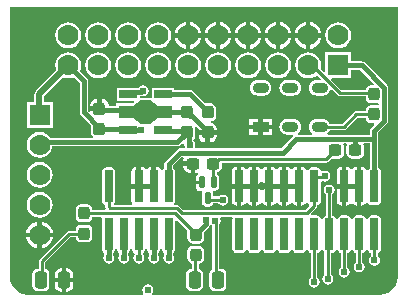
<source format=gtl>
G04*
G04 #@! TF.GenerationSoftware,Altium Limited,Altium Designer,20.1.10 (176)*
G04*
G04 Layer_Physical_Order=1*
G04 Layer_Color=255*
%FSLAX25Y25*%
%MOIN*%
G70*
G04*
G04 #@! TF.SameCoordinates,C4499B9A-1E71-4EDD-A5B7-EE233C105FA9*
G04*
G04*
G04 #@! TF.FilePolarity,Positive*
G04*
G01*
G75*
%ADD13C,0.01000*%
G04:AMPARAMS|DCode=32|XSize=39.37mil|YSize=43.31mil|CornerRadius=9.84mil|HoleSize=0mil|Usage=FLASHONLY|Rotation=0.000|XOffset=0mil|YOffset=0mil|HoleType=Round|Shape=RoundedRectangle|*
%AMROUNDEDRECTD32*
21,1,0.03937,0.02362,0,0,0.0*
21,1,0.01968,0.04331,0,0,0.0*
1,1,0.01968,0.00984,-0.01181*
1,1,0.01968,-0.00984,-0.01181*
1,1,0.01968,-0.00984,0.01181*
1,1,0.01968,0.00984,0.01181*
%
%ADD32ROUNDEDRECTD32*%
G04:AMPARAMS|DCode=33|XSize=39.76mil|YSize=57.87mil|CornerRadius=9.94mil|HoleSize=0mil|Usage=FLASHONLY|Rotation=180.000|XOffset=0mil|YOffset=0mil|HoleType=Round|Shape=RoundedRectangle|*
%AMROUNDEDRECTD33*
21,1,0.03976,0.03799,0,0,180.0*
21,1,0.01988,0.05787,0,0,180.0*
1,1,0.01988,-0.00994,0.01900*
1,1,0.01988,0.00994,0.01900*
1,1,0.01988,0.00994,-0.01900*
1,1,0.01988,-0.00994,-0.01900*
%
%ADD33ROUNDEDRECTD33*%
G04:AMPARAMS|DCode=34|XSize=29.13mil|YSize=109.84mil|CornerRadius=7.28mil|HoleSize=0mil|Usage=FLASHONLY|Rotation=180.000|XOffset=0mil|YOffset=0mil|HoleType=Round|Shape=RoundedRectangle|*
%AMROUNDEDRECTD34*
21,1,0.02913,0.09528,0,0,180.0*
21,1,0.01457,0.10984,0,0,180.0*
1,1,0.01457,-0.00728,0.04764*
1,1,0.01457,0.00728,0.04764*
1,1,0.01457,0.00728,-0.04764*
1,1,0.01457,-0.00728,-0.04764*
%
%ADD34ROUNDEDRECTD34*%
G04:AMPARAMS|DCode=35|XSize=29.5mil|YSize=109.84mil|CornerRadius=7.38mil|HoleSize=0mil|Usage=FLASHONLY|Rotation=180.000|XOffset=0mil|YOffset=0mil|HoleType=Round|Shape=RoundedRectangle|*
%AMROUNDEDRECTD35*
21,1,0.02950,0.09509,0,0,180.0*
21,1,0.01475,0.10984,0,0,180.0*
1,1,0.01475,-0.00738,0.04755*
1,1,0.01475,0.00738,0.04755*
1,1,0.01475,0.00738,-0.04755*
1,1,0.01475,-0.00738,-0.04755*
%
%ADD35ROUNDEDRECTD35*%
G04:AMPARAMS|DCode=36|XSize=19.68mil|YSize=39.37mil|CornerRadius=4.92mil|HoleSize=0mil|Usage=FLASHONLY|Rotation=0.000|XOffset=0mil|YOffset=0mil|HoleType=Round|Shape=RoundedRectangle|*
%AMROUNDEDRECTD36*
21,1,0.01968,0.02953,0,0,0.0*
21,1,0.00984,0.03937,0,0,0.0*
1,1,0.00984,0.00492,-0.01476*
1,1,0.00984,-0.00492,-0.01476*
1,1,0.00984,-0.00492,0.01476*
1,1,0.00984,0.00492,0.01476*
%
%ADD36ROUNDEDRECTD36*%
G04:AMPARAMS|DCode=37|XSize=39mil|YSize=43mil|CornerRadius=9.75mil|HoleSize=0mil|Usage=FLASHONLY|Rotation=180.000|XOffset=0mil|YOffset=0mil|HoleType=Round|Shape=RoundedRectangle|*
%AMROUNDEDRECTD37*
21,1,0.03900,0.02350,0,0,180.0*
21,1,0.01950,0.04300,0,0,180.0*
1,1,0.01950,-0.00975,0.01175*
1,1,0.01950,0.00975,0.01175*
1,1,0.01950,0.00975,-0.01175*
1,1,0.01950,-0.00975,-0.01175*
%
%ADD37ROUNDEDRECTD37*%
G04:AMPARAMS|DCode=38|XSize=39mil|YSize=43mil|CornerRadius=9.75mil|HoleSize=0mil|Usage=FLASHONLY|Rotation=270.000|XOffset=0mil|YOffset=0mil|HoleType=Round|Shape=RoundedRectangle|*
%AMROUNDEDRECTD38*
21,1,0.03900,0.02350,0,0,270.0*
21,1,0.01950,0.04300,0,0,270.0*
1,1,0.01950,-0.01175,-0.00975*
1,1,0.01950,-0.01175,0.00975*
1,1,0.01950,0.01175,0.00975*
1,1,0.01950,0.01175,-0.00975*
%
%ADD38ROUNDEDRECTD38*%
%ADD39R,0.05906X0.02756*%
%ADD40R,0.08661X0.03937*%
%ADD41C,0.01500*%
%ADD42C,0.02000*%
%ADD43C,0.07000*%
%ADD44R,0.07000X0.07000*%
%ADD45R,0.07000X0.07000*%
%ADD46O,0.05512X0.03543*%
%ADD47R,0.05512X0.03543*%
%ADD48C,0.02700*%
%ADD49C,0.02400*%
G36*
X130864Y7998D02*
Y7361D01*
X130616Y6111D01*
X130128Y4934D01*
X129420Y3874D01*
X128519Y2973D01*
X127460Y2266D01*
X126283Y1778D01*
X125033Y1529D01*
X49070D01*
X48882Y2029D01*
X49196Y2499D01*
X49335Y3201D01*
X49196Y3903D01*
X48798Y4499D01*
X48202Y4897D01*
X47500Y5036D01*
X46798Y4897D01*
X46202Y4499D01*
X45804Y3903D01*
X45665Y3201D01*
X45804Y2499D01*
X46118Y2029D01*
X45930Y1529D01*
X7361D01*
X6111Y1778D01*
X4934Y2266D01*
X3874Y2973D01*
X2973Y3874D01*
X2266Y4934D01*
X1778Y6111D01*
X1529Y7361D01*
Y7998D01*
Y97471D01*
X130864D01*
Y7998D01*
D02*
G37*
%LPC*%
G36*
X81750Y92440D02*
Y88750D01*
X85440D01*
X85384Y89175D01*
X84931Y90269D01*
X84209Y91209D01*
X83269Y91931D01*
X82175Y92384D01*
X81750Y92440D01*
D02*
G37*
G36*
X101750D02*
Y88750D01*
X105440D01*
X105384Y89175D01*
X104931Y90269D01*
X104209Y91209D01*
X103269Y91931D01*
X102175Y92384D01*
X101750Y92440D01*
D02*
G37*
G36*
X91750D02*
Y88750D01*
X95440D01*
X95384Y89175D01*
X94931Y90269D01*
X94209Y91209D01*
X93269Y91931D01*
X92175Y92384D01*
X91750Y92440D01*
D02*
G37*
G36*
X61750D02*
Y88750D01*
X65440D01*
X65384Y89175D01*
X64931Y90269D01*
X64209Y91209D01*
X63269Y91931D01*
X62175Y92384D01*
X61750Y92440D01*
D02*
G37*
G36*
X71750D02*
Y88750D01*
X75440D01*
X75384Y89175D01*
X74931Y90269D01*
X74209Y91209D01*
X73269Y91931D01*
X72175Y92384D01*
X71750Y92440D01*
D02*
G37*
G36*
X80250D02*
X79825Y92384D01*
X78731Y91931D01*
X77791Y91209D01*
X77069Y90269D01*
X76616Y89175D01*
X76560Y88750D01*
X80250D01*
Y92440D01*
D02*
G37*
G36*
X60250D02*
X59825Y92384D01*
X58731Y91931D01*
X57791Y91209D01*
X57069Y90269D01*
X56616Y89175D01*
X56560Y88750D01*
X60250D01*
Y92440D01*
D02*
G37*
G36*
X100250D02*
X99825Y92384D01*
X98731Y91931D01*
X97791Y91209D01*
X97069Y90269D01*
X96616Y89175D01*
X96560Y88750D01*
X100250D01*
Y92440D01*
D02*
G37*
G36*
X90250D02*
X89825Y92384D01*
X88731Y91931D01*
X87791Y91209D01*
X87069Y90269D01*
X86616Y89175D01*
X86560Y88750D01*
X90250D01*
Y92440D01*
D02*
G37*
G36*
X70250D02*
X69825Y92384D01*
X68731Y91931D01*
X67791Y91209D01*
X67069Y90269D01*
X66616Y89175D01*
X66560Y88750D01*
X70250D01*
Y92440D01*
D02*
G37*
G36*
X111000Y92337D02*
X109878Y92189D01*
X108831Y91756D01*
X107933Y91067D01*
X107244Y90169D01*
X106811Y89122D01*
X106663Y88000D01*
X106811Y86878D01*
X107244Y85831D01*
X107933Y84933D01*
X108831Y84244D01*
X109878Y83811D01*
X111000Y83663D01*
X112122Y83811D01*
X113169Y84244D01*
X114067Y84933D01*
X114756Y85831D01*
X115189Y86878D01*
X115337Y88000D01*
X115189Y89122D01*
X114756Y90169D01*
X114067Y91067D01*
X113169Y91756D01*
X112122Y92189D01*
X111000Y92337D01*
D02*
G37*
G36*
X51000D02*
X49878Y92189D01*
X48831Y91756D01*
X47933Y91067D01*
X47244Y90169D01*
X46811Y89122D01*
X46663Y88000D01*
X46811Y86878D01*
X47244Y85831D01*
X47933Y84933D01*
X48831Y84244D01*
X49878Y83811D01*
X51000Y83663D01*
X52122Y83811D01*
X53169Y84244D01*
X54067Y84933D01*
X54756Y85831D01*
X55189Y86878D01*
X55337Y88000D01*
X55189Y89122D01*
X54756Y90169D01*
X54067Y91067D01*
X53169Y91756D01*
X52122Y92189D01*
X51000Y92337D01*
D02*
G37*
G36*
X41000D02*
X39878Y92189D01*
X38831Y91756D01*
X37933Y91067D01*
X37244Y90169D01*
X36811Y89122D01*
X36663Y88000D01*
X36811Y86878D01*
X37244Y85831D01*
X37933Y84933D01*
X38831Y84244D01*
X39878Y83811D01*
X41000Y83663D01*
X42123Y83811D01*
X43169Y84244D01*
X44067Y84933D01*
X44756Y85831D01*
X45189Y86878D01*
X45337Y88000D01*
X45189Y89122D01*
X44756Y90169D01*
X44067Y91067D01*
X43169Y91756D01*
X42123Y92189D01*
X41000Y92337D01*
D02*
G37*
G36*
X31000D02*
X29877Y92189D01*
X28831Y91756D01*
X27933Y91067D01*
X27244Y90169D01*
X26811Y89122D01*
X26663Y88000D01*
X26811Y86878D01*
X27244Y85831D01*
X27933Y84933D01*
X28831Y84244D01*
X29877Y83811D01*
X31000Y83663D01*
X32122Y83811D01*
X33169Y84244D01*
X34067Y84933D01*
X34756Y85831D01*
X35189Y86878D01*
X35337Y88000D01*
X35189Y89122D01*
X34756Y90169D01*
X34067Y91067D01*
X33169Y91756D01*
X32122Y92189D01*
X31000Y92337D01*
D02*
G37*
G36*
X21000D02*
X19877Y92189D01*
X18832Y91756D01*
X17933Y91067D01*
X17244Y90169D01*
X16811Y89122D01*
X16663Y88000D01*
X16811Y86878D01*
X17244Y85831D01*
X17933Y84933D01*
X18832Y84244D01*
X19877Y83811D01*
X21000Y83663D01*
X22122Y83811D01*
X23168Y84244D01*
X24067Y84933D01*
X24756Y85831D01*
X25189Y86878D01*
X25337Y88000D01*
X25189Y89122D01*
X24756Y90169D01*
X24067Y91067D01*
X23168Y91756D01*
X22122Y92189D01*
X21000Y92337D01*
D02*
G37*
G36*
X105440Y87250D02*
X101750D01*
Y83560D01*
X102175Y83616D01*
X103269Y84069D01*
X104209Y84791D01*
X104931Y85731D01*
X105384Y86825D01*
X105440Y87250D01*
D02*
G37*
G36*
X95440D02*
X91750D01*
Y83560D01*
X92175Y83616D01*
X93269Y84069D01*
X94209Y84791D01*
X94931Y85731D01*
X95384Y86825D01*
X95440Y87250D01*
D02*
G37*
G36*
X85440D02*
X81750D01*
Y83560D01*
X82175Y83616D01*
X83269Y84069D01*
X84209Y84791D01*
X84931Y85731D01*
X85384Y86825D01*
X85440Y87250D01*
D02*
G37*
G36*
X75440D02*
X71750D01*
Y83560D01*
X72175Y83616D01*
X73269Y84069D01*
X74209Y84791D01*
X74931Y85731D01*
X75384Y86825D01*
X75440Y87250D01*
D02*
G37*
G36*
X65440D02*
X61750D01*
Y83560D01*
X62175Y83616D01*
X63269Y84069D01*
X64209Y84791D01*
X64931Y85731D01*
X65384Y86825D01*
X65440Y87250D01*
D02*
G37*
G36*
X100250D02*
X96560D01*
X96616Y86825D01*
X97069Y85731D01*
X97791Y84791D01*
X98731Y84069D01*
X99825Y83616D01*
X100250Y83560D01*
Y87250D01*
D02*
G37*
G36*
X90250D02*
X86560D01*
X86616Y86825D01*
X87069Y85731D01*
X87791Y84791D01*
X88731Y84069D01*
X89825Y83616D01*
X90250Y83560D01*
Y87250D01*
D02*
G37*
G36*
X80250D02*
X76560D01*
X76616Y86825D01*
X77069Y85731D01*
X77791Y84791D01*
X78731Y84069D01*
X79825Y83616D01*
X80250Y83560D01*
Y87250D01*
D02*
G37*
G36*
X70250D02*
X66560D01*
X66616Y86825D01*
X67069Y85731D01*
X67791Y84791D01*
X68731Y84069D01*
X69825Y83616D01*
X70250Y83560D01*
Y87250D01*
D02*
G37*
G36*
X60250D02*
X56560D01*
X56616Y86825D01*
X57069Y85731D01*
X57791Y84791D01*
X58731Y84069D01*
X59825Y83616D01*
X60250Y83560D01*
Y87250D01*
D02*
G37*
G36*
X91000Y82337D02*
X89877Y82189D01*
X88831Y81756D01*
X87933Y81067D01*
X87244Y80169D01*
X86811Y79123D01*
X86663Y78000D01*
X86811Y76877D01*
X87244Y75831D01*
X87933Y74933D01*
X88831Y74244D01*
X89877Y73811D01*
X91000Y73663D01*
X92123Y73811D01*
X93169Y74244D01*
X94067Y74933D01*
X94756Y75831D01*
X95189Y76877D01*
X95337Y78000D01*
X95189Y79123D01*
X94756Y80169D01*
X94067Y81067D01*
X93169Y81756D01*
X92123Y82189D01*
X91000Y82337D01*
D02*
G37*
G36*
X81000D02*
X79878Y82189D01*
X78831Y81756D01*
X77933Y81067D01*
X77244Y80169D01*
X76811Y79123D01*
X76663Y78000D01*
X76811Y76877D01*
X77244Y75831D01*
X77933Y74933D01*
X78831Y74244D01*
X79878Y73811D01*
X81000Y73663D01*
X82122Y73811D01*
X83169Y74244D01*
X84067Y74933D01*
X84756Y75831D01*
X85189Y76877D01*
X85337Y78000D01*
X85189Y79123D01*
X84756Y80169D01*
X84067Y81067D01*
X83169Y81756D01*
X82122Y82189D01*
X81000Y82337D01*
D02*
G37*
G36*
X71000D02*
X69877Y82189D01*
X68831Y81756D01*
X67933Y81067D01*
X67244Y80169D01*
X66811Y79123D01*
X66663Y78000D01*
X66811Y76877D01*
X67244Y75831D01*
X67933Y74933D01*
X68831Y74244D01*
X69877Y73811D01*
X71000Y73663D01*
X72123Y73811D01*
X73169Y74244D01*
X74067Y74933D01*
X74756Y75831D01*
X75189Y76877D01*
X75337Y78000D01*
X75189Y79123D01*
X74756Y80169D01*
X74067Y81067D01*
X73169Y81756D01*
X72123Y82189D01*
X71000Y82337D01*
D02*
G37*
G36*
X61000D02*
X59878Y82189D01*
X58831Y81756D01*
X57933Y81067D01*
X57244Y80169D01*
X56811Y79123D01*
X56663Y78000D01*
X56811Y76877D01*
X57244Y75831D01*
X57933Y74933D01*
X58831Y74244D01*
X59878Y73811D01*
X61000Y73663D01*
X62122Y73811D01*
X63169Y74244D01*
X64067Y74933D01*
X64756Y75831D01*
X65189Y76877D01*
X65337Y78000D01*
X65189Y79123D01*
X64756Y80169D01*
X64067Y81067D01*
X63169Y81756D01*
X62122Y82189D01*
X61000Y82337D01*
D02*
G37*
G36*
X51000D02*
X49878Y82189D01*
X48831Y81756D01*
X47933Y81067D01*
X47244Y80169D01*
X46811Y79123D01*
X46663Y78000D01*
X46811Y76877D01*
X47244Y75831D01*
X47933Y74933D01*
X48831Y74244D01*
X49878Y73811D01*
X51000Y73663D01*
X52122Y73811D01*
X53169Y74244D01*
X54067Y74933D01*
X54756Y75831D01*
X55189Y76877D01*
X55337Y78000D01*
X55189Y79123D01*
X54756Y80169D01*
X54067Y81067D01*
X53169Y81756D01*
X52122Y82189D01*
X51000Y82337D01*
D02*
G37*
G36*
X41000D02*
X39878Y82189D01*
X38831Y81756D01*
X37933Y81067D01*
X37244Y80169D01*
X36811Y79123D01*
X36663Y78000D01*
X36811Y76877D01*
X37244Y75831D01*
X37933Y74933D01*
X38831Y74244D01*
X39878Y73811D01*
X41000Y73663D01*
X42123Y73811D01*
X43169Y74244D01*
X44067Y74933D01*
X44756Y75831D01*
X45189Y76877D01*
X45337Y78000D01*
X45189Y79123D01*
X44756Y80169D01*
X44067Y81067D01*
X43169Y81756D01*
X42123Y82189D01*
X41000Y82337D01*
D02*
G37*
G36*
X31000D02*
X29877Y82189D01*
X28831Y81756D01*
X27933Y81067D01*
X27244Y80169D01*
X26811Y79123D01*
X26663Y78000D01*
X26811Y76877D01*
X27244Y75831D01*
X27933Y74933D01*
X28831Y74244D01*
X29877Y73811D01*
X31000Y73663D01*
X32122Y73811D01*
X33169Y74244D01*
X34067Y74933D01*
X34756Y75831D01*
X35189Y76877D01*
X35337Y78000D01*
X35189Y79123D01*
X34756Y80169D01*
X34067Y81067D01*
X33169Y81756D01*
X32122Y82189D01*
X31000Y82337D01*
D02*
G37*
G36*
X95984Y73090D02*
X94016D01*
X93344Y73001D01*
X92719Y72742D01*
X92182Y72330D01*
X91769Y71793D01*
X91510Y71167D01*
X91422Y70496D01*
X91510Y69825D01*
X91769Y69199D01*
X92182Y68662D01*
X92719Y68250D01*
X93344Y67991D01*
X94016Y67902D01*
X95984D01*
X96656Y67991D01*
X97281Y68250D01*
X97818Y68662D01*
X98231Y69199D01*
X98490Y69825D01*
X98578Y70496D01*
X98490Y71167D01*
X98231Y71793D01*
X97818Y72330D01*
X97281Y72742D01*
X96656Y73001D01*
X95984Y73090D01*
D02*
G37*
G36*
X86142D02*
X84173D01*
X83502Y73001D01*
X82876Y72742D01*
X82339Y72330D01*
X81927Y71793D01*
X81668Y71167D01*
X81579Y70496D01*
X81668Y69825D01*
X81927Y69199D01*
X82339Y68662D01*
X82876Y68250D01*
X83502Y67991D01*
X84173Y67902D01*
X86142D01*
X86813Y67991D01*
X87439Y68250D01*
X87976Y68662D01*
X88388Y69199D01*
X88647Y69825D01*
X88736Y70496D01*
X88647Y71167D01*
X88388Y71793D01*
X87976Y72330D01*
X87439Y72742D01*
X86813Y73001D01*
X86142Y73090D01*
D02*
G37*
G36*
X101000Y82337D02*
X99878Y82189D01*
X98831Y81756D01*
X97933Y81067D01*
X97244Y80169D01*
X96811Y79123D01*
X96663Y78000D01*
X96811Y76877D01*
X97244Y75831D01*
X97933Y74933D01*
X98831Y74244D01*
X99878Y73811D01*
X101000Y73663D01*
X102122Y73811D01*
X103169Y74244D01*
X103952Y74845D01*
X105246Y73552D01*
X105055Y73090D01*
X103858D01*
X103187Y73001D01*
X102561Y72742D01*
X102024Y72330D01*
X101612Y71793D01*
X101353Y71167D01*
X101264Y70496D01*
X101353Y69825D01*
X101612Y69199D01*
X102024Y68662D01*
X102561Y68250D01*
X103187Y67991D01*
X103858Y67902D01*
X105827D01*
X106498Y67991D01*
X107124Y68250D01*
X107661Y68662D01*
X108073Y69199D01*
X108313Y69778D01*
X108667Y69944D01*
X108807Y69991D01*
X110763Y68035D01*
X110763Y68035D01*
X111127Y67791D01*
X111556Y67706D01*
X120215D01*
Y67236D01*
X120353Y66543D01*
X120745Y65956D01*
X121332Y65564D01*
X122025Y65426D01*
X123975D01*
X124190Y65469D01*
X124647Y65109D01*
Y65019D01*
X124190Y64660D01*
X123975Y64702D01*
X122025D01*
X121332Y64565D01*
X120745Y64173D01*
X120353Y63585D01*
X120215Y62893D01*
Y62839D01*
X117034D01*
X117034Y62839D01*
X116604Y62754D01*
X116241Y62511D01*
X116240Y62511D01*
X112355Y58626D01*
X108146D01*
X108073Y58801D01*
X107661Y59338D01*
X107124Y59750D01*
X106498Y60009D01*
X105827Y60098D01*
X103858D01*
X103187Y60009D01*
X102561Y59750D01*
X102024Y59338D01*
X101612Y58801D01*
X101353Y58175D01*
X101264Y57504D01*
X101353Y56833D01*
X101612Y56207D01*
X102024Y55670D01*
X102350Y55420D01*
X102180Y54920D01*
X97663D01*
X97493Y55420D01*
X97818Y55670D01*
X98231Y56207D01*
X98490Y56833D01*
X98578Y57504D01*
X98490Y58175D01*
X98231Y58801D01*
X97818Y59338D01*
X97281Y59750D01*
X96656Y60009D01*
X95984Y60098D01*
X94016D01*
X93344Y60009D01*
X92719Y59750D01*
X92182Y59338D01*
X91769Y58801D01*
X91510Y58175D01*
X91422Y57504D01*
X91510Y56833D01*
X91769Y56207D01*
X92182Y55670D01*
X92719Y55258D01*
X93344Y54998D01*
X94016Y54910D01*
X95835D01*
X95905Y54816D01*
X96023Y54500D01*
X96030Y54420D01*
X91937Y50327D01*
X63456D01*
X63200Y50739D01*
X63201Y50827D01*
X63335Y51500D01*
X63196Y52202D01*
X62862Y52702D01*
X62771Y53186D01*
X63165Y53776D01*
X63304Y54472D01*
Y56835D01*
X63165Y57531D01*
X63163Y57534D01*
X63551Y57852D01*
X64505Y56898D01*
X64493Y56835D01*
Y56404D01*
X67500D01*
X70507D01*
Y56835D01*
X70353Y57609D01*
X69915Y58265D01*
X69258Y58704D01*
X68484Y58858D01*
Y59346D01*
X69180Y59485D01*
X69771Y59879D01*
X70165Y60469D01*
X70303Y61165D01*
Y63528D01*
X70165Y64224D01*
X69771Y64814D01*
X69180Y65208D01*
X68484Y65347D01*
X66643D01*
X62611Y69379D01*
X62164Y69677D01*
X61638Y69782D01*
X56450D01*
Y70583D01*
X48944D01*
Y67390D01*
X48718Y67172D01*
X48444Y67054D01*
X48366Y67086D01*
X45375D01*
X45085Y67420D01*
X45034Y67548D01*
X45082Y67657D01*
X45307D01*
X45682Y67731D01*
X46017Y67665D01*
X46720Y67804D01*
X47315Y68202D01*
X47713Y68798D01*
X47853Y69500D01*
X47713Y70202D01*
X47315Y70798D01*
X46720Y71196D01*
X46017Y71335D01*
X45315Y71196D01*
X44720Y70798D01*
X44576Y70583D01*
X37133D01*
Y66228D01*
X42987D01*
X43140Y65751D01*
X42744Y65469D01*
X36933D01*
Y64426D01*
X34460D01*
Y64780D01*
X34306Y65554D01*
X33868Y66211D01*
X33211Y66649D01*
X32437Y66803D01*
X32203D01*
Y63599D01*
X31453D01*
Y62849D01*
X28446D01*
Y62764D01*
X27946Y62557D01*
X27592Y62910D01*
Y72784D01*
X27592Y72784D01*
X27487Y73311D01*
X27189Y73758D01*
X24861Y76085D01*
X25189Y76877D01*
X25337Y78000D01*
X25189Y79123D01*
X24756Y80169D01*
X24067Y81067D01*
X23168Y81756D01*
X22122Y82189D01*
X21000Y82337D01*
X19877Y82189D01*
X18832Y81756D01*
X17933Y81067D01*
X17244Y80169D01*
X16811Y79123D01*
X16663Y78000D01*
X16811Y76877D01*
X17033Y76340D01*
X10181Y69488D01*
X9827Y68958D01*
X9703Y68334D01*
Y65800D01*
X7200D01*
Y57200D01*
X15800D01*
Y65800D01*
X12965D01*
Y67658D01*
X19340Y74033D01*
X19877Y73811D01*
X21000Y73663D01*
X22122Y73811D01*
X22915Y74139D01*
X24839Y72214D01*
Y62340D01*
X24944Y61814D01*
X25242Y61367D01*
X28650Y57960D01*
Y55725D01*
X28788Y55029D01*
X29182Y54439D01*
X29335Y54337D01*
X29183Y53837D01*
X15127D01*
X14567Y54567D01*
X13668Y55256D01*
X12622Y55689D01*
X11500Y55837D01*
X10378Y55689D01*
X9331Y55256D01*
X8433Y54567D01*
X7744Y53669D01*
X7311Y52622D01*
X7163Y51500D01*
X7311Y50378D01*
X7744Y49332D01*
X8433Y48433D01*
X9331Y47744D01*
X10378Y47311D01*
X11500Y47163D01*
X12622Y47311D01*
X13668Y47744D01*
X14567Y48433D01*
X15256Y49332D01*
X15689Y50378D01*
X15782Y51084D01*
X57377D01*
X57904Y51189D01*
X58350Y51487D01*
X59172Y52309D01*
X59332Y52292D01*
X59717Y51763D01*
X59665Y51500D01*
X59799Y50827D01*
X59800Y50739D01*
X59544Y50327D01*
X58166D01*
X57640Y50222D01*
X57193Y49923D01*
X53527Y46257D01*
X53228Y45810D01*
X53124Y45283D01*
Y43870D01*
X52670Y43567D01*
X52370Y43118D01*
X52123Y43103D01*
X51842Y43160D01*
X51474Y43711D01*
X50903Y44093D01*
X50250Y44223D01*
Y37701D01*
X48750D01*
Y44223D01*
X48097Y44093D01*
X47526Y43711D01*
X47285Y43351D01*
X46715D01*
X46474Y43711D01*
X45903Y44093D01*
X45250Y44223D01*
Y37701D01*
X44500D01*
Y36951D01*
X42010D01*
Y32937D01*
X42144Y32263D01*
X42371Y31923D01*
X42104Y31423D01*
X36610D01*
X36488Y31603D01*
X36388Y31923D01*
X36668Y32341D01*
X36786Y32937D01*
Y42465D01*
X36668Y43061D01*
X36330Y43567D01*
X35824Y43904D01*
X35228Y44023D01*
X33772D01*
X33176Y43904D01*
X32670Y43567D01*
X32332Y43061D01*
X32214Y42465D01*
Y32937D01*
X32332Y32341D01*
X32670Y31835D01*
X33176Y31498D01*
X33378Y31457D01*
Y30887D01*
X33378Y30887D01*
X33464Y30458D01*
X33554Y30323D01*
X33287Y29823D01*
X29085D01*
X28947Y30515D01*
X28555Y31102D01*
X27968Y31495D01*
X27275Y31632D01*
X25325D01*
X24632Y31495D01*
X24045Y31102D01*
X23653Y30515D01*
X23515Y29822D01*
Y27472D01*
X23653Y26780D01*
X24045Y26193D01*
X24632Y25800D01*
X25325Y25663D01*
X27275D01*
X27968Y25800D01*
X28555Y26193D01*
X28947Y26780D01*
X29085Y27472D01*
Y27580D01*
X32077D01*
X32344Y27079D01*
X32332Y27061D01*
X32214Y26465D01*
Y16937D01*
X32332Y16341D01*
X32670Y15835D01*
X33124Y15532D01*
Y14881D01*
X32804Y14403D01*
X32665Y13701D01*
X32804Y12999D01*
X33202Y12403D01*
X33798Y12005D01*
X34500Y11866D01*
X35202Y12005D01*
X35798Y12403D01*
X36196Y12999D01*
X36335Y13701D01*
X36196Y14403D01*
X35876Y14881D01*
Y15532D01*
X36330Y15835D01*
X36668Y16341D01*
X36745Y16729D01*
X37255D01*
X37332Y16341D01*
X37670Y15835D01*
X38124Y15532D01*
Y14881D01*
X37804Y14403D01*
X37665Y13701D01*
X37804Y12999D01*
X38202Y12403D01*
X38798Y12005D01*
X39500Y11866D01*
X40202Y12005D01*
X40798Y12403D01*
X41196Y12999D01*
X41335Y13701D01*
X41196Y14403D01*
X40876Y14881D01*
Y15532D01*
X41330Y15835D01*
X41668Y16341D01*
X41745Y16729D01*
X42255D01*
X42332Y16341D01*
X42670Y15835D01*
X43118Y15536D01*
X43192Y15188D01*
X43202Y14999D01*
X42804Y14403D01*
X42664Y13701D01*
X42804Y12999D01*
X43202Y12403D01*
X43797Y12005D01*
X44499Y11866D01*
X45202Y12005D01*
X45797Y12403D01*
X46195Y12999D01*
X46335Y13701D01*
X46195Y14403D01*
X45797Y14999D01*
X45807Y15188D01*
X45881Y15536D01*
X46330Y15835D01*
X46668Y16341D01*
X46745Y16729D01*
X47255D01*
X47332Y16341D01*
X47670Y15835D01*
X48124Y15532D01*
Y14881D01*
X47804Y14403D01*
X47665Y13701D01*
X47804Y12999D01*
X48202Y12403D01*
X48798Y12005D01*
X49500Y11866D01*
X50202Y12005D01*
X50798Y12403D01*
X51196Y12999D01*
X51335Y13701D01*
X51196Y14403D01*
X50876Y14881D01*
Y15532D01*
X51330Y15835D01*
X51668Y16341D01*
X51745Y16729D01*
X52255D01*
X52332Y16341D01*
X52670Y15835D01*
X53124Y15532D01*
Y14881D01*
X52804Y14403D01*
X52665Y13701D01*
X52804Y12999D01*
X53202Y12403D01*
X53798Y12005D01*
X54500Y11866D01*
X55202Y12005D01*
X55798Y12403D01*
X56196Y12999D01*
X56335Y13701D01*
X56196Y14403D01*
X55876Y14881D01*
Y15532D01*
X56330Y15835D01*
X56668Y16341D01*
X56786Y16937D01*
Y26168D01*
X57286Y26375D01*
X60752Y22909D01*
X60715Y22723D01*
Y20372D01*
X60853Y19680D01*
X61245Y19093D01*
X61832Y18700D01*
X62525Y18563D01*
X64475D01*
X65168Y18700D01*
X65755Y19093D01*
X66147Y19680D01*
X66285Y20372D01*
Y22586D01*
X67801Y24102D01*
X68099Y24548D01*
X68154Y24824D01*
X68651Y24923D01*
X68746Y24874D01*
X69051Y24670D01*
Y10014D01*
X68571Y9693D01*
X68174Y9100D01*
X68035Y8400D01*
Y4600D01*
X68174Y3900D01*
X68571Y3307D01*
X69164Y2910D01*
X69864Y2771D01*
X71852D01*
X72552Y2910D01*
X73146Y3307D01*
X73542Y3900D01*
X73682Y4600D01*
Y8400D01*
X73542Y9100D01*
X73146Y9693D01*
X72552Y10090D01*
X71852Y10229D01*
X71294D01*
Y24901D01*
X71298Y24903D01*
X71696Y25499D01*
X71835Y26201D01*
X71696Y26903D01*
X71578Y27079D01*
X71845Y27580D01*
X75563D01*
X75830Y27079D01*
X75814Y27055D01*
X75695Y26456D01*
Y16947D01*
X75814Y16347D01*
X76154Y15838D01*
X76663Y15498D01*
X77263Y15379D01*
X78737D01*
X79337Y15498D01*
X79846Y15838D01*
X80186Y16347D01*
X80245Y16645D01*
X80755D01*
X80814Y16347D01*
X81154Y15838D01*
X81663Y15498D01*
X82262Y15379D01*
X83737D01*
X84337Y15498D01*
X84846Y15838D01*
X85186Y16347D01*
X85245Y16645D01*
X85755D01*
X85814Y16347D01*
X86154Y15838D01*
X86663Y15498D01*
X87262Y15379D01*
X88737D01*
X89337Y15498D01*
X89846Y15838D01*
X90186Y16347D01*
X90245Y16645D01*
X90755D01*
X90814Y16347D01*
X91154Y15838D01*
X91663Y15498D01*
X92263Y15379D01*
X93738D01*
X94337Y15498D01*
X94846Y15838D01*
X95186Y16347D01*
X95245Y16645D01*
X95755D01*
X95814Y16347D01*
X96154Y15838D01*
X96663Y15498D01*
X97263Y15379D01*
X98738D01*
X99337Y15498D01*
X99846Y15838D01*
X100186Y16347D01*
X100253Y16687D01*
X100763D01*
X100832Y16341D01*
X101170Y15835D01*
X101675Y15498D01*
X101878Y15457D01*
Y7116D01*
X101702Y6999D01*
X101304Y6403D01*
X101165Y5701D01*
X101304Y4999D01*
X101702Y4403D01*
X102298Y4005D01*
X103000Y3866D01*
X103702Y4005D01*
X104298Y4403D01*
X104696Y4999D01*
X104835Y5701D01*
X104696Y6403D01*
X104298Y6999D01*
X104122Y7116D01*
Y15457D01*
X104324Y15498D01*
X104830Y15835D01*
X105168Y16341D01*
X105245Y16729D01*
X105755D01*
X105832Y16341D01*
X106170Y15835D01*
X106378Y15696D01*
Y8116D01*
X106202Y7999D01*
X105804Y7403D01*
X105665Y6701D01*
X105804Y5999D01*
X106202Y5403D01*
X106798Y5005D01*
X107500Y4866D01*
X108202Y5005D01*
X108798Y5403D01*
X109196Y5999D01*
X109335Y6701D01*
X109196Y7403D01*
X108798Y7999D01*
X108622Y8116D01*
Y15379D01*
X108728D01*
X109325Y15498D01*
X109830Y15835D01*
X110168Y16341D01*
X110245Y16729D01*
X110755D01*
X110832Y16341D01*
X111170Y15835D01*
X111676Y15498D01*
X111878Y15457D01*
Y10416D01*
X111702Y10299D01*
X111304Y9703D01*
X111165Y9001D01*
X111304Y8299D01*
X111702Y7703D01*
X112298Y7305D01*
X113000Y7166D01*
X113702Y7305D01*
X114298Y7703D01*
X114696Y8299D01*
X114835Y9001D01*
X114696Y9703D01*
X114298Y10299D01*
X114122Y10416D01*
Y15457D01*
X114324Y15498D01*
X114830Y15835D01*
X115168Y16341D01*
X115245Y16729D01*
X115755D01*
X115832Y16341D01*
X116170Y15835D01*
X116675Y15498D01*
X116878Y15457D01*
Y12316D01*
X116702Y12199D01*
X116304Y11603D01*
X116165Y10901D01*
X116304Y10199D01*
X116702Y9603D01*
X117298Y9205D01*
X118000Y9066D01*
X118702Y9205D01*
X119298Y9603D01*
X119696Y10199D01*
X119835Y10901D01*
X119696Y11603D01*
X119298Y12199D01*
X119122Y12316D01*
Y15457D01*
X119325Y15498D01*
X119830Y15835D01*
X120168Y16341D01*
X120245Y16729D01*
X120755D01*
X120832Y16341D01*
X121170Y15835D01*
X121676Y15498D01*
X121977Y15438D01*
Y14482D01*
X121800Y14365D01*
X121403Y13769D01*
X121263Y13067D01*
X121403Y12365D01*
X121800Y11769D01*
X122396Y11372D01*
X123098Y11232D01*
X123801Y11372D01*
X124396Y11769D01*
X124794Y12365D01*
X124934Y13067D01*
X124794Y13769D01*
X124396Y14365D01*
X124220Y14482D01*
Y15477D01*
X124325Y15498D01*
X124830Y15835D01*
X125168Y16341D01*
X125286Y16937D01*
Y26465D01*
X125168Y27061D01*
X124830Y27567D01*
X124325Y27904D01*
X123728Y28023D01*
X122272D01*
X121676Y27904D01*
X121170Y27567D01*
X120832Y27061D01*
X120755Y26673D01*
X120245D01*
X120168Y27061D01*
X119830Y27567D01*
X119325Y27904D01*
X118728Y28023D01*
X117272D01*
X116675Y27904D01*
X116170Y27567D01*
X115832Y27061D01*
X115755Y26673D01*
X115245D01*
X115168Y27061D01*
X114830Y27567D01*
X114324Y27904D01*
X113728Y28023D01*
X112272D01*
X111676Y27904D01*
X111170Y27567D01*
X110832Y27061D01*
X110755Y26673D01*
X110245D01*
X110168Y27061D01*
X109830Y27567D01*
X109325Y27904D01*
X109122Y27945D01*
Y35034D01*
X109298Y35151D01*
X109696Y35747D01*
X109835Y36449D01*
X109696Y37151D01*
X109298Y37747D01*
X108702Y38145D01*
X108000Y38284D01*
X107298Y38145D01*
X106702Y37747D01*
X106304Y37151D01*
X106165Y36449D01*
X106304Y35747D01*
X106702Y35151D01*
X106878Y35034D01*
Y27945D01*
X106676Y27904D01*
X106170Y27567D01*
X105832Y27061D01*
X105755Y26673D01*
X105245D01*
X105168Y27061D01*
X104830Y27567D01*
X104324Y27904D01*
X103728Y28023D01*
X102272D01*
X102076Y27984D01*
X101830Y28445D01*
X103793Y30408D01*
X103793Y30408D01*
X104036Y30772D01*
X104122Y31201D01*
Y31457D01*
X104324Y31498D01*
X104830Y31835D01*
X105168Y32341D01*
X105286Y32937D01*
Y39116D01*
X105727Y39351D01*
X105798Y39304D01*
X106500Y39165D01*
X107202Y39304D01*
X107798Y39702D01*
X108196Y40298D01*
X108335Y41000D01*
X108196Y41702D01*
X107798Y42298D01*
X107202Y42696D01*
X106500Y42835D01*
X105798Y42696D01*
X105756Y42668D01*
X105200Y42898D01*
X105168Y43061D01*
X104830Y43567D01*
X104324Y43904D01*
X103728Y44023D01*
X102272D01*
X101675Y43904D01*
X101170Y43567D01*
X100883Y43137D01*
X100518Y43132D01*
X100350Y43170D01*
X99990Y43708D01*
X99415Y44092D01*
X98750Y44225D01*
Y37701D01*
Y31177D01*
X99415Y31310D01*
X99990Y31694D01*
X100350Y32232D01*
X100518Y32270D01*
X100883Y32265D01*
X101170Y31835D01*
X101273Y31767D01*
X101336Y31123D01*
X100035Y29823D01*
X59274D01*
X58002Y31094D01*
X57638Y31337D01*
X57209Y31423D01*
X57209Y31423D01*
X56610D01*
X56488Y31603D01*
X56388Y31923D01*
X56668Y32341D01*
X56786Y32937D01*
Y42465D01*
X56668Y43061D01*
X56330Y43567D01*
X55876Y43870D01*
Y44713D01*
X58737Y47574D01*
X59400D01*
X59635Y47133D01*
X59559Y47018D01*
X59406Y46248D01*
Y46023D01*
X62594D01*
Y45273D01*
X63345D01*
Y42284D01*
X63770D01*
X64321Y42394D01*
X64457Y41929D01*
X63964Y41599D01*
X63634Y41106D01*
X63518Y40523D01*
Y39547D01*
X65531D01*
Y38547D01*
X63518D01*
Y37571D01*
X63634Y36988D01*
X63964Y36495D01*
X64457Y36165D01*
X65039Y36049D01*
X65460D01*
X65758Y35549D01*
X65690Y35208D01*
Y32256D01*
X65791Y31752D01*
X66076Y31324D01*
X66504Y31039D01*
X67008Y30938D01*
X67992D01*
X68496Y31039D01*
X68924Y31324D01*
X69209Y31752D01*
X69288Y32146D01*
X70906D01*
X71202Y31702D01*
X71798Y31304D01*
X72500Y31165D01*
X73202Y31304D01*
X73798Y31702D01*
X74196Y32298D01*
X74335Y33000D01*
X74196Y33702D01*
X73798Y34298D01*
X73202Y34696D01*
X72500Y34835D01*
X71798Y34696D01*
X71339Y34389D01*
X69310D01*
Y35208D01*
X69209Y35713D01*
X69182Y35753D01*
X69449Y36253D01*
X69961D01*
X70465Y36354D01*
X70892Y36639D01*
X71178Y37067D01*
X71278Y37571D01*
Y40523D01*
X71178Y41028D01*
X70892Y41455D01*
X70499Y41717D01*
Y42495D01*
X71155Y42626D01*
X71742Y43018D01*
X72134Y43605D01*
X72272Y44298D01*
Y45579D01*
X106900D01*
X106900Y45579D01*
X107329Y45665D01*
X107693Y45908D01*
X108717Y46932D01*
X108798Y46916D01*
X111148D01*
X111841Y47054D01*
X112428Y47446D01*
X112820Y48033D01*
X112958Y48726D01*
Y50676D01*
X112820Y51369D01*
X112621Y51667D01*
X112888Y52167D01*
X113751D01*
X114019Y51667D01*
X113819Y51369D01*
X113681Y50676D01*
Y48726D01*
X113819Y48033D01*
X114211Y47446D01*
X114799Y47054D01*
X115491Y46916D01*
X117841D01*
X118534Y47054D01*
X119121Y47446D01*
X119513Y48033D01*
X119651Y48726D01*
Y50676D01*
X119513Y51369D01*
X119314Y51667D01*
X119581Y52167D01*
X121624D01*
Y43870D01*
X121170Y43567D01*
X120870Y43118D01*
X120623Y43103D01*
X120343Y43160D01*
X119974Y43711D01*
X119403Y44093D01*
X118750Y44223D01*
Y37701D01*
Y31179D01*
X119403Y31309D01*
X119974Y31691D01*
X120343Y32242D01*
X120623Y32299D01*
X120870Y32284D01*
X121170Y31835D01*
X121676Y31498D01*
X122272Y31379D01*
X123728D01*
X124325Y31498D01*
X124830Y31835D01*
X125168Y32341D01*
X125286Y32937D01*
Y42465D01*
X125168Y43061D01*
X124830Y43567D01*
X124376Y43870D01*
Y53544D01*
Y55710D01*
X127273Y58606D01*
X127273Y58606D01*
X127572Y59053D01*
X127676Y59580D01*
Y70549D01*
X127572Y71075D01*
X127273Y71522D01*
X119822Y78973D01*
X119376Y79272D01*
X118849Y79376D01*
X115300D01*
Y82300D01*
X106700D01*
Y75923D01*
X106238Y75732D01*
X105161Y76809D01*
X105189Y76877D01*
X105337Y78000D01*
X105189Y79123D01*
X104756Y80169D01*
X104067Y81067D01*
X103169Y81756D01*
X102122Y82189D01*
X101000Y82337D01*
D02*
G37*
G36*
X30703Y66803D02*
X30469D01*
X29695Y66649D01*
X29038Y66211D01*
X28600Y65554D01*
X28446Y64780D01*
Y64349D01*
X30703D01*
Y66803D01*
D02*
G37*
G36*
X88913Y60276D02*
X85908D01*
Y58254D01*
X88913D01*
Y60276D01*
D02*
G37*
G36*
X84408D02*
X81402D01*
Y58254D01*
X84408D01*
Y60276D01*
D02*
G37*
G36*
X88913Y56754D02*
X85908D01*
Y54732D01*
X88913D01*
Y56754D01*
D02*
G37*
G36*
X84408D02*
X81402D01*
Y54732D01*
X84408D01*
Y56754D01*
D02*
G37*
G36*
X70507Y54904D02*
X68250D01*
Y52449D01*
X68484D01*
X69258Y52603D01*
X69915Y53042D01*
X70353Y53698D01*
X70507Y54473D01*
Y54904D01*
D02*
G37*
G36*
X66750D02*
X64493D01*
Y54473D01*
X64647Y53698D01*
X65085Y53042D01*
X65741Y52603D01*
X66516Y52449D01*
X66750D01*
Y54904D01*
D02*
G37*
G36*
X61844Y44523D02*
X59406D01*
Y44298D01*
X59559Y43527D01*
X59996Y42874D01*
X60649Y42437D01*
X61419Y42284D01*
X61844D01*
Y44523D01*
D02*
G37*
G36*
X112250Y44223D02*
X111597Y44093D01*
X111026Y43711D01*
X110644Y43139D01*
X110510Y42465D01*
Y38451D01*
X112250D01*
Y44223D01*
D02*
G37*
G36*
X43750D02*
X43097Y44093D01*
X42526Y43711D01*
X42144Y43139D01*
X42010Y42465D01*
Y38451D01*
X43750D01*
Y44223D01*
D02*
G37*
G36*
X77250Y44225D02*
X76585Y44092D01*
X76010Y43708D01*
X75626Y43133D01*
X75491Y42456D01*
Y38451D01*
X77250D01*
Y44225D01*
D02*
G37*
G36*
X11500Y45837D02*
X10378Y45689D01*
X9331Y45256D01*
X8433Y44567D01*
X7744Y43668D01*
X7311Y42623D01*
X7163Y41500D01*
X7311Y40378D01*
X7744Y39331D01*
X8433Y38433D01*
X9331Y37744D01*
X10378Y37311D01*
X11500Y37163D01*
X12622Y37311D01*
X13668Y37744D01*
X14567Y38433D01*
X15256Y39331D01*
X15689Y40378D01*
X15837Y41500D01*
X15689Y42623D01*
X15256Y43668D01*
X14567Y44567D01*
X13668Y45256D01*
X12622Y45689D01*
X11500Y45837D01*
D02*
G37*
G36*
X113750Y44223D02*
Y37701D01*
Y31179D01*
X114403Y31309D01*
X114974Y31691D01*
X115215Y32051D01*
X115785D01*
X116026Y31691D01*
X116597Y31309D01*
X117250Y31179D01*
Y37701D01*
Y44223D01*
X116597Y44093D01*
X116026Y43711D01*
X115785Y43351D01*
X115215D01*
X114974Y43711D01*
X114403Y44093D01*
X113750Y44223D01*
D02*
G37*
G36*
X112250Y36951D02*
X110510D01*
Y32937D01*
X110644Y32263D01*
X111026Y31691D01*
X111597Y31309D01*
X112250Y31179D01*
Y36951D01*
D02*
G37*
G36*
X93750Y44225D02*
Y37701D01*
Y31177D01*
X94415Y31310D01*
X94990Y31694D01*
X95205Y32016D01*
X95795D01*
X96010Y31694D01*
X96585Y31310D01*
X97250Y31177D01*
Y37701D01*
Y44225D01*
X96585Y44092D01*
X96010Y43708D01*
X95795Y43386D01*
X95205D01*
X94990Y43708D01*
X94415Y44092D01*
X93750Y44225D01*
D02*
G37*
G36*
X88750D02*
Y37701D01*
Y31177D01*
X89415Y31310D01*
X89990Y31694D01*
X90205Y32016D01*
X90795D01*
X91010Y31694D01*
X91585Y31310D01*
X92250Y31177D01*
Y37701D01*
Y44225D01*
X91585Y44092D01*
X91010Y43708D01*
X90795Y43386D01*
X90205D01*
X89990Y43708D01*
X89415Y44092D01*
X88750Y44225D01*
D02*
G37*
G36*
X83750D02*
Y37701D01*
Y31177D01*
X84415Y31310D01*
X84990Y31694D01*
X85205Y32016D01*
X85795D01*
X86010Y31694D01*
X86585Y31310D01*
X87250Y31177D01*
Y37701D01*
Y44225D01*
X86585Y44092D01*
X86010Y43708D01*
X85795Y43386D01*
X85205D01*
X84990Y43708D01*
X84415Y44092D01*
X83750Y44225D01*
D02*
G37*
G36*
X78750D02*
Y37701D01*
Y31177D01*
X79415Y31310D01*
X79990Y31694D01*
X80205Y32016D01*
X80795D01*
X81010Y31694D01*
X81585Y31310D01*
X82250Y31177D01*
Y37701D01*
Y44225D01*
X81585Y44092D01*
X81010Y43708D01*
X80795Y43386D01*
X80205D01*
X79990Y43708D01*
X79415Y44092D01*
X78750Y44225D01*
D02*
G37*
G36*
X77250Y36951D02*
X75491D01*
Y32947D01*
X75626Y32269D01*
X76010Y31694D01*
X76585Y31310D01*
X77250Y31177D01*
Y36951D01*
D02*
G37*
G36*
X11500Y35837D02*
X10378Y35689D01*
X9331Y35256D01*
X8433Y34567D01*
X7744Y33669D01*
X7311Y32623D01*
X7163Y31500D01*
X7311Y30378D01*
X7744Y29331D01*
X8433Y28433D01*
X9331Y27744D01*
X10378Y27311D01*
X11500Y27163D01*
X12622Y27311D01*
X13668Y27744D01*
X14567Y28433D01*
X15256Y29331D01*
X15689Y30378D01*
X15837Y31500D01*
X15689Y32623D01*
X15256Y33669D01*
X14567Y34567D01*
X13668Y35256D01*
X12622Y35689D01*
X11500Y35837D01*
D02*
G37*
G36*
X12250Y25940D02*
Y22250D01*
X15940D01*
X15884Y22675D01*
X15431Y23769D01*
X14709Y24709D01*
X13769Y25431D01*
X12675Y25884D01*
X12250Y25940D01*
D02*
G37*
G36*
X10750D02*
X10325Y25884D01*
X9231Y25431D01*
X8291Y24709D01*
X7569Y23769D01*
X7116Y22675D01*
X7060Y22250D01*
X10750D01*
Y25940D01*
D02*
G37*
G36*
X27275Y24939D02*
X25325D01*
X24632Y24802D01*
X24045Y24409D01*
X23653Y23822D01*
X23515Y23130D01*
Y22875D01*
X21254D01*
X20824Y22790D01*
X20460Y22547D01*
X20460Y22547D01*
X11475Y13561D01*
X11231Y13197D01*
X11146Y12768D01*
X11146Y12768D01*
Y10229D01*
X10888D01*
X10188Y10090D01*
X9594Y9693D01*
X9198Y9100D01*
X9059Y8400D01*
Y4600D01*
X9198Y3900D01*
X9594Y3307D01*
X10188Y2910D01*
X10888Y2771D01*
X12876D01*
X13576Y2910D01*
X14169Y3307D01*
X14566Y3900D01*
X14705Y4600D01*
Y8400D01*
X14566Y9100D01*
X14169Y9693D01*
X13576Y10090D01*
X13389Y10127D01*
Y12303D01*
X21718Y20632D01*
X23545D01*
X23653Y20087D01*
X24045Y19500D01*
X24632Y19107D01*
X25325Y18970D01*
X27275D01*
X27968Y19107D01*
X28555Y19500D01*
X28947Y20087D01*
X29085Y20780D01*
Y23130D01*
X28947Y23822D01*
X28555Y24409D01*
X27968Y24802D01*
X27275Y24939D01*
D02*
G37*
G36*
X15940Y20750D02*
X12250D01*
Y17060D01*
X12675Y17116D01*
X13769Y17569D01*
X14709Y18291D01*
X15431Y19231D01*
X15884Y20325D01*
X15940Y20750D01*
D02*
G37*
G36*
X10750D02*
X7060D01*
X7116Y20325D01*
X7569Y19231D01*
X8291Y18291D01*
X9231Y17569D01*
X10325Y17116D01*
X10750Y17060D01*
Y20750D01*
D02*
G37*
G36*
X20593Y10433D02*
X20348D01*
Y7250D01*
X22626D01*
Y8400D01*
X22471Y9178D01*
X22030Y9837D01*
X21371Y10278D01*
X20593Y10433D01*
D02*
G37*
G36*
X18848D02*
X18604D01*
X17826Y10278D01*
X17167Y9837D01*
X16726Y9178D01*
X16571Y8400D01*
Y7250D01*
X18848D01*
Y10433D01*
D02*
G37*
G36*
X64475Y17839D02*
X62525D01*
X61832Y17702D01*
X61245Y17309D01*
X60853Y16722D01*
X60715Y16030D01*
Y13680D01*
X60853Y12987D01*
X61245Y12400D01*
X61832Y12008D01*
X62258Y11923D01*
Y10229D01*
X62148D01*
X61448Y10090D01*
X60854Y9693D01*
X60458Y9100D01*
X60318Y8400D01*
Y4600D01*
X60458Y3900D01*
X60854Y3307D01*
X61448Y2910D01*
X62148Y2771D01*
X64136D01*
X64836Y2910D01*
X65429Y3307D01*
X65826Y3900D01*
X65965Y4600D01*
Y8400D01*
X65826Y9100D01*
X65429Y9693D01*
X64836Y10090D01*
X64502Y10156D01*
Y11875D01*
X65168Y12008D01*
X65755Y12400D01*
X66147Y12987D01*
X66285Y13680D01*
Y16030D01*
X66147Y16722D01*
X65755Y17309D01*
X65168Y17702D01*
X64475Y17839D01*
D02*
G37*
G36*
X22626Y5750D02*
X20348D01*
Y2567D01*
X20593D01*
X21371Y2722D01*
X22030Y3163D01*
X22471Y3822D01*
X22626Y4600D01*
Y5750D01*
D02*
G37*
G36*
X18848D02*
X16571D01*
Y4600D01*
X16726Y3822D01*
X17167Y3163D01*
X17826Y2722D01*
X18604Y2567D01*
X18848D01*
Y5750D01*
D02*
G37*
%LPD*%
G36*
X123045Y71857D02*
X122853Y71395D01*
X122025D01*
X121332Y71258D01*
X120745Y70865D01*
X120353Y70278D01*
X120288Y69949D01*
X112021D01*
X108732Y73238D01*
X108923Y73700D01*
X115300D01*
Y76624D01*
X118279D01*
X123045Y71857D01*
D02*
G37*
G36*
X51122Y64468D02*
Y60532D01*
X48366Y58563D01*
X45217D01*
X42461Y60532D01*
Y64468D01*
X45217Y66437D01*
X48366D01*
X51122Y64468D01*
D02*
G37*
G36*
X120215Y60543D02*
X120353Y59850D01*
X120745Y59263D01*
X121332Y58871D01*
X122025Y58733D01*
X122853D01*
X123045Y58271D01*
X122027Y57253D01*
X121728Y56806D01*
X121624Y56280D01*
Y54920D01*
X107505D01*
X107335Y55420D01*
X107661Y55670D01*
X108073Y56207D01*
X108146Y56382D01*
X112820D01*
X112820Y56382D01*
X113249Y56468D01*
X113613Y56711D01*
X117498Y60596D01*
X120215D01*
Y60543D01*
D02*
G37*
D13*
X106900Y46701D02*
X109900Y49701D01*
X69287Y45273D02*
X69744D01*
X71173Y46701D02*
X106900D01*
X69744Y45273D02*
X71173Y46701D01*
X12268Y6886D02*
Y12768D01*
X21254Y21754D02*
X25300D01*
X12268Y12768D02*
X21254Y21754D01*
X117034Y61718D02*
X123000D01*
X112820Y57504D02*
X117034Y61718D01*
X104842Y57504D02*
X112820D01*
X111556Y68828D02*
X123000D01*
X102759Y21460D02*
X103000Y21701D01*
Y5701D02*
Y21218D01*
Y39922D02*
X103939Y40861D01*
X108000Y21701D02*
Y36449D01*
X113000Y9001D02*
Y21701D01*
X123000D02*
X123098Y21603D01*
X102759Y21460D02*
X103000Y21218D01*
X103939Y40861D02*
X106361D01*
X118000Y10901D02*
Y21701D01*
X106361Y40861D02*
X106500Y41000D01*
X107500Y6701D02*
Y21201D01*
X108000Y21701D01*
X123098Y13067D02*
Y21603D01*
X103000Y31201D02*
Y39922D01*
X26300Y28701D02*
X56546D01*
X69287Y45273D02*
X69378Y45182D01*
Y39138D02*
Y45182D01*
Y39138D02*
X69468Y39047D01*
X67500Y33732D02*
X67964Y33268D01*
X72232D01*
X72500Y33000D01*
X101000Y78000D02*
X102384D01*
X111556Y68828D01*
X100500Y28701D02*
X103000Y31201D01*
X70172Y7269D02*
Y26029D01*
X57209Y30301D02*
X58809Y28701D01*
X70000Y26201D02*
X70172Y26029D01*
X58809Y28701D02*
X100500D01*
X35086Y30301D02*
X57209D01*
X34500Y30887D02*
X35086Y30301D01*
X34500Y30887D02*
Y37701D01*
X44500Y21701D02*
X44500Y21701D01*
X44500Y13701D02*
Y21701D01*
X44499Y13701D02*
X44500Y13701D01*
X56546Y28701D02*
X63222Y22026D01*
X63260Y6701D02*
X63380Y6821D01*
Y14735D02*
X63500Y14855D01*
X70172Y7269D02*
X70740Y6701D01*
X63380Y6821D02*
Y14735D01*
X11882Y6500D02*
X12268Y6886D01*
D32*
X31453Y56906D02*
D03*
Y63599D02*
D03*
X60500Y55654D02*
D03*
Y62347D02*
D03*
X67500Y55654D02*
D03*
Y62347D02*
D03*
D33*
X63142Y6500D02*
D03*
X70858D02*
D03*
X11882D02*
D03*
X19598D02*
D03*
D34*
X34500Y21701D02*
D03*
X39500D02*
D03*
X44500D02*
D03*
X34500Y37701D02*
D03*
X44500D02*
D03*
X49500Y21701D02*
D03*
X54500D02*
D03*
X49500Y37701D02*
D03*
X54500D02*
D03*
X103000Y21701D02*
D03*
Y37701D02*
D03*
X108000Y21701D02*
D03*
X113000D02*
D03*
X123000D02*
D03*
X118000D02*
D03*
Y37701D02*
D03*
X113000D02*
D03*
X123000D02*
D03*
D35*
X78000Y21701D02*
D03*
X83000D02*
D03*
X88000D02*
D03*
X93000D02*
D03*
X98000D02*
D03*
X78000Y37701D02*
D03*
X83000D02*
D03*
X88000D02*
D03*
X93000D02*
D03*
X98000D02*
D03*
D36*
X65531Y39047D02*
D03*
X69468D02*
D03*
X67500Y33732D02*
D03*
D37*
X63500Y14855D02*
D03*
Y21547D02*
D03*
X26300Y21955D02*
D03*
Y28648D02*
D03*
X123000Y61718D02*
D03*
Y68411D02*
D03*
D38*
X109973Y49701D02*
D03*
X116666D02*
D03*
X62594Y45273D02*
D03*
X69287D02*
D03*
D39*
X40886Y56595D02*
D03*
Y68405D02*
D03*
X52697Y56595D02*
D03*
Y68405D02*
D03*
D40*
X42264Y62500D02*
D03*
X51319D02*
D03*
D41*
X40886Y56595D02*
X45357D01*
X11334Y52676D02*
X11550Y52461D01*
X92507Y48950D02*
X97101Y53544D01*
X58166Y48950D02*
X92507D01*
X97101Y53544D02*
X116604D01*
X123000D01*
X116666Y49701D02*
Y53482D01*
X116604Y53544D02*
X116666Y53482D01*
X123000Y37701D02*
Y53544D01*
Y56280D01*
X126300Y59580D01*
X111000Y78000D02*
X118849D01*
X126300Y70549D01*
Y59580D02*
Y70549D01*
X53942Y56124D02*
X60500D01*
Y55654D02*
X61328Y54826D01*
Y51672D02*
Y54826D01*
Y51672D02*
X61500Y51500D01*
X67500Y62347D02*
Y62543D01*
X61638Y68405D02*
X67500Y62543D01*
X52697Y68405D02*
X61638D01*
X53364Y62423D02*
X60423D01*
X53288Y62500D02*
X53364Y62423D01*
X60423D02*
X60500Y62347D01*
X67500Y55654D02*
Y55850D01*
X62275Y61076D02*
X67500Y55850D01*
X61701Y61076D02*
X62275D01*
X60500Y62276D02*
X61701Y61076D01*
X60500Y62276D02*
Y62347D01*
X54500Y45283D02*
X58166Y48950D01*
X54500Y37701D02*
Y45283D01*
X57377Y52461D02*
X60500Y55584D01*
X11550Y52461D02*
X57377D01*
X60500Y55584D02*
Y55654D01*
X83000Y37701D02*
X88000D01*
X113000D02*
X118000D01*
X78000D02*
X83000D01*
X88000D02*
X93000D01*
X98000D01*
X21000Y78000D02*
X26216Y72784D01*
X66828Y26229D02*
X67000Y26401D01*
X66828Y25075D02*
Y26229D01*
X63500Y21747D02*
X66828Y25075D01*
X63500Y21547D02*
Y21747D01*
X53471Y56595D02*
X53942Y56124D01*
X40520Y63050D02*
X41070Y62500D01*
X32002Y63050D02*
X40520D01*
X31453Y63599D02*
X32002Y63050D01*
X31453Y56906D02*
Y57103D01*
X26216Y62340D02*
X31453Y57103D01*
X26216Y62340D02*
Y72784D01*
X41504Y56750D02*
X41660Y56595D01*
X31609Y56750D02*
X41504D01*
X31453Y56906D02*
X31609Y56750D01*
X40886Y68405D02*
X41514Y69033D01*
X45307D01*
X45774Y69500D01*
X46017D01*
X20480Y6701D02*
X20681Y6500D01*
X34175Y21376D02*
X34500Y21051D01*
X34175Y21376D02*
X34500Y21701D01*
X39250Y21451D02*
X39500Y21201D01*
X39250Y21451D02*
X39500Y21701D01*
X49000Y21201D02*
X49700Y20501D01*
X49500Y20301D02*
X49700Y20501D01*
X49000Y21201D02*
X49500Y21701D01*
X34500Y14201D02*
Y21051D01*
X39500Y13701D02*
Y21201D01*
X49500Y14701D02*
Y20301D01*
X54500Y14201D02*
Y21701D01*
X44500Y37701D02*
X49500D01*
D42*
X11334Y62676D02*
Y68334D01*
X21000Y78000D01*
D43*
X11500Y41500D02*
D03*
Y51500D02*
D03*
Y31500D02*
D03*
Y21500D02*
D03*
X21000Y88000D02*
D03*
X31000D02*
D03*
X41000D02*
D03*
X51000D02*
D03*
X61000D02*
D03*
X71000D02*
D03*
X81000D02*
D03*
X91000D02*
D03*
X101000D02*
D03*
X111000D02*
D03*
X21000Y78000D02*
D03*
X31000D02*
D03*
X41000D02*
D03*
X51000D02*
D03*
X61000D02*
D03*
X71000D02*
D03*
X81000D02*
D03*
X91000D02*
D03*
X101000D02*
D03*
D44*
X11500Y61500D02*
D03*
D45*
X111000Y78000D02*
D03*
D46*
X85158Y70496D02*
D03*
X95000D02*
D03*
X104842D02*
D03*
Y57504D02*
D03*
X95000D02*
D03*
D47*
X85158D02*
D03*
D48*
X85500Y37701D02*
D03*
X88000Y51650D02*
D03*
X114756Y71500D02*
D03*
X119179Y56833D02*
D03*
X79252Y62150D02*
D03*
D49*
X61500Y51500D02*
D03*
X108000Y36449D02*
D03*
X106500Y41000D02*
D03*
X103000Y5701D02*
D03*
X123098Y13067D02*
D03*
X118000Y10901D02*
D03*
X107500Y6701D02*
D03*
X113000Y9001D02*
D03*
X57408Y72539D02*
D03*
X67945Y72330D02*
D03*
X60500Y40583D02*
D03*
X72500Y33000D02*
D03*
X67000Y26401D02*
D03*
X70000Y26201D02*
D03*
X44499Y13701D02*
D03*
X45357Y56595D02*
D03*
X46017Y69500D02*
D03*
X34500Y13701D02*
D03*
X39500D02*
D03*
X40671Y47029D02*
D03*
X49500Y13701D02*
D03*
X47500Y3201D02*
D03*
X67500Y18201D02*
D03*
X54500Y13701D02*
D03*
M02*

</source>
